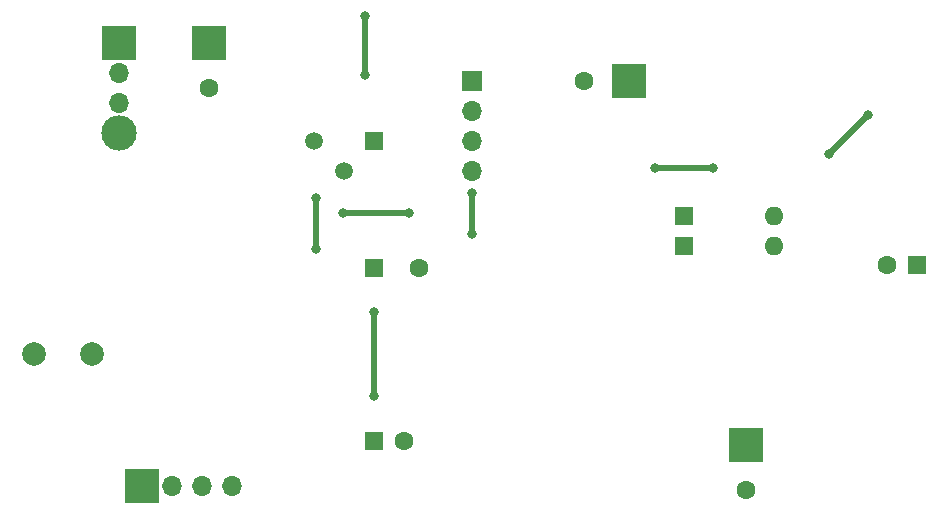
<source format=gbr>
G04 #@! TF.GenerationSoftware,KiCad,Pcbnew,no-vcs-found-c6d0075~61~ubuntu17.10.1*
G04 #@! TF.CreationDate,2018-02-05T23:49:34+03:00*
G04 #@! TF.ProjectId,tsa5512-pll,747361353531322D706C6C2E6B696361,rev?*
G04 #@! TF.SameCoordinates,Original*
G04 #@! TF.FileFunction,Copper,L2,Bot,Signal*
G04 #@! TF.FilePolarity,Positive*
%FSLAX46Y46*%
G04 Gerber Fmt 4.6, Leading zero omitted, Abs format (unit mm)*
G04 Created by KiCad (PCBNEW no-vcs-found-c6d0075~61~ubuntu17.10.1) date Mon Feb  5 23:49:34 2018*
%MOMM*%
%LPD*%
G01*
G04 APERTURE LIST*
%ADD10C,1.500000*%
%ADD11R,1.500000X1.500000*%
%ADD12C,1.600000*%
%ADD13R,3.000000X3.000000*%
%ADD14R,1.600000X1.600000*%
%ADD15O,1.600000X1.600000*%
%ADD16C,2.000000*%
%ADD17O,3.000000X3.000000*%
%ADD18O,1.700000X1.700000*%
%ADD19R,1.700000X1.700000*%
%ADD20C,0.800000*%
%ADD21C,0.500000*%
G04 APERTURE END LIST*
D10*
X93726000Y-208534000D03*
X91186000Y-205994000D03*
D11*
X96266000Y-205994000D03*
D12*
X114056000Y-200914000D03*
D13*
X117856000Y-200914000D03*
X82296000Y-197739000D03*
D12*
X82296000Y-201539000D03*
X139712282Y-216512930D03*
D14*
X142212282Y-216512930D03*
D12*
X100066000Y-216789000D03*
D14*
X96266000Y-216789000D03*
X96266000Y-231394000D03*
D12*
X98766000Y-231394000D03*
D13*
X127762000Y-231775000D03*
D12*
X127762000Y-235575000D03*
D14*
X122527282Y-214884000D03*
D15*
X130147282Y-214884000D03*
X130147282Y-212344000D03*
D14*
X122527282Y-212344000D03*
D16*
X72390000Y-224028000D03*
X67510000Y-224028000D03*
D17*
X74676000Y-205359000D03*
D18*
X74676000Y-202819000D03*
X74676000Y-200279000D03*
D13*
X74676000Y-197739000D03*
X76581000Y-235204000D03*
D18*
X79121000Y-235204000D03*
X81661000Y-235204000D03*
X84201000Y-235204000D03*
D19*
X104521000Y-200914000D03*
D18*
X104521000Y-203454000D03*
X104521000Y-205994000D03*
X104521000Y-208534000D03*
D20*
X138049000Y-203835000D03*
X134747000Y-207137000D03*
X124968000Y-208280000D03*
X120015000Y-208280000D03*
X95504000Y-195453000D03*
X95504000Y-200406000D03*
X91313000Y-215138000D03*
X91313000Y-210820000D03*
X104521000Y-213868000D03*
X104521000Y-210439000D03*
X99187000Y-212090000D03*
X93599000Y-212090000D03*
X96266000Y-220472000D03*
X96266000Y-227584000D03*
D21*
X134747000Y-207137000D02*
X138049000Y-203835000D01*
X120015000Y-208280000D02*
X124968000Y-208280000D01*
X95504000Y-200406000D02*
X95504000Y-195453000D01*
X91313000Y-210820000D02*
X91313000Y-215138000D01*
X104521000Y-210439000D02*
X104521000Y-213868000D01*
X93599000Y-212090000D02*
X99187000Y-212090000D01*
X96266000Y-220472000D02*
X96266000Y-227584000D01*
M02*

</source>
